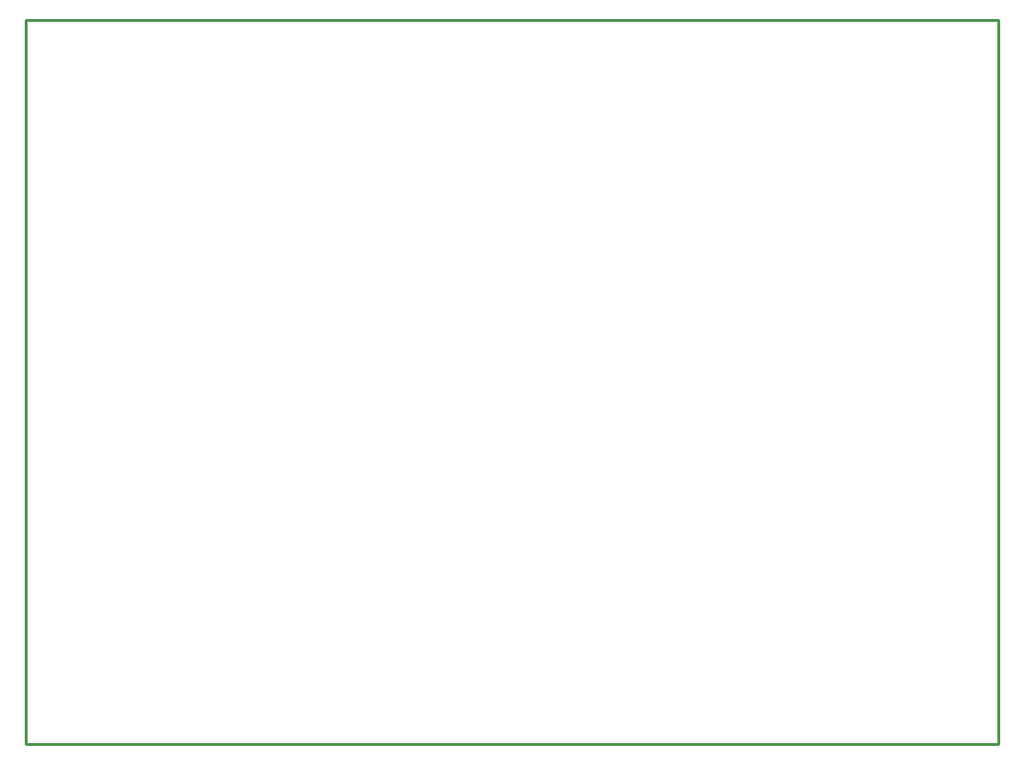
<source format=gbr>
%TF.GenerationSoftware,Altium Limited,Altium Designer,21.8.1 (53)*%
G04 Layer_Color=16711935*
%FSLAX43Y43*%
%MOMM*%
%TF.SameCoordinates,EC881490-E286-48FB-906B-DE43019234B0*%
%TF.FilePolarity,Positive*%
%TF.FileFunction,Keep-out,Top*%
%TF.Part,Single*%
G01*
G75*
%TA.AperFunction,NonConductor*%
%ADD11C,0.254*%
D11*
X0Y0D02*
X86500D01*
X0Y64500D02*
X86500D01*
Y0D02*
Y64500D01*
X0Y0D02*
Y64500D01*
%TF.MD5,69983a928f9ca3583f103ed232861970*%
M02*

</source>
